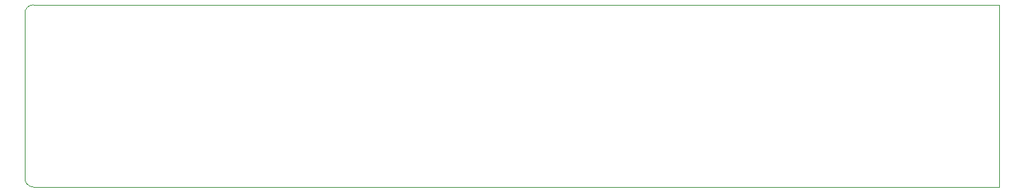
<source format=gm1>
G04 #@! TF.GenerationSoftware,KiCad,Pcbnew,5.1.4+dfsg1-1*
G04 #@! TF.CreationDate,2019-11-19T11:58:45-08:00*
G04 #@! TF.ProjectId,pmod-7-segment-v3,706d6f64-2d37-42d7-9365-676d656e742d,rev?*
G04 #@! TF.SameCoordinates,PX1f7d860PY56b8320*
G04 #@! TF.FileFunction,Profile,NP*
%FSLAX46Y46*%
G04 Gerber Fmt 4.6, Leading zero omitted, Abs format (unit mm)*
G04 Created by KiCad (PCBNEW 5.1.4+dfsg1-1) date 2019-11-19 11:58:45*
%MOMM*%
%LPD*%
G04 APERTURE LIST*
%ADD10C,0.120000*%
G04 APERTURE END LIST*
D10*
X1016000Y-21844000D02*
X116332000Y-21844000D01*
X116332000Y0D02*
X1016000Y0D01*
X0Y-20828000D02*
X0Y-1016000D01*
X1016000Y-21844000D02*
G75*
G02X0Y-20828000I0J1016000D01*
G01*
X0Y-1016000D02*
G75*
G02X1016000Y0I1016000J0D01*
G01*
X116332000Y-21844000D02*
X116332000Y0D01*
M02*

</source>
